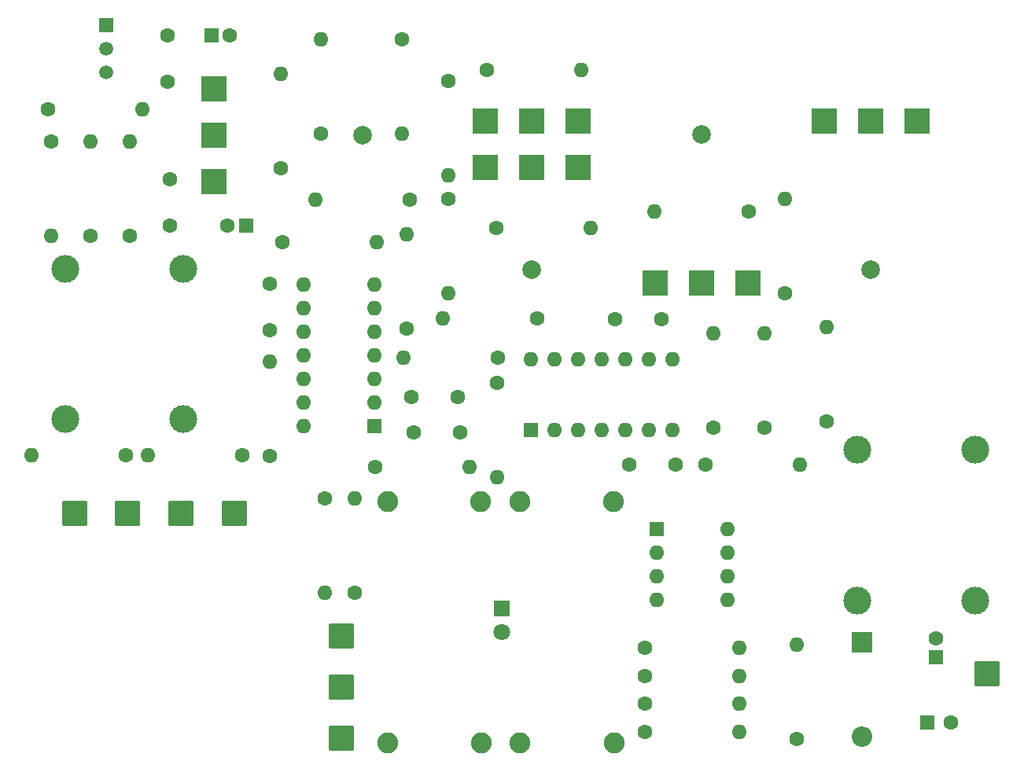
<source format=gbr>
%TF.GenerationSoftware,KiCad,Pcbnew,(6.0.5)*%
%TF.CreationDate,2022-05-28T17:09:23-07:00*%
%TF.ProjectId,HT_1590BB,48545f31-3539-4304-9242-2e6b69636164,rev?*%
%TF.SameCoordinates,Original*%
%TF.FileFunction,Soldermask,Bot*%
%TF.FilePolarity,Negative*%
%FSLAX46Y46*%
G04 Gerber Fmt 4.6, Leading zero omitted, Abs format (unit mm)*
G04 Created by KiCad (PCBNEW (6.0.5)) date 2022-05-28 17:09:23*
%MOMM*%
%LPD*%
G01*
G04 APERTURE LIST*
G04 Aperture macros list*
%AMRoundRect*
0 Rectangle with rounded corners*
0 $1 Rounding radius*
0 $2 $3 $4 $5 $6 $7 $8 $9 X,Y pos of 4 corners*
0 Add a 4 corners polygon primitive as box body*
4,1,4,$2,$3,$4,$5,$6,$7,$8,$9,$2,$3,0*
0 Add four circle primitives for the rounded corners*
1,1,$1+$1,$2,$3*
1,1,$1+$1,$4,$5*
1,1,$1+$1,$6,$7*
1,1,$1+$1,$8,$9*
0 Add four rect primitives between the rounded corners*
20,1,$1+$1,$2,$3,$4,$5,0*
20,1,$1+$1,$4,$5,$6,$7,0*
20,1,$1+$1,$6,$7,$8,$9,0*
20,1,$1+$1,$8,$9,$2,$3,0*%
G04 Aperture macros list end*
%ADD10R,2.750000X2.750000*%
%ADD11RoundRect,0.250000X-1.125000X-1.125000X1.125000X-1.125000X1.125000X1.125000X-1.125000X1.125000X0*%
%ADD12C,1.600000*%
%ADD13R,1.600000X1.600000*%
%ADD14O,1.600000X1.600000*%
%ADD15C,2.000000*%
%ADD16C,3.000000*%
%ADD17R,1.500000X1.500000*%
%ADD18C,1.500000*%
%ADD19C,2.250000*%
%ADD20R,2.200000X2.200000*%
%ADD21O,2.200000X2.200000*%
%ADD22R,1.800000X1.800000*%
%ADD23C,1.800000*%
G04 APERTURE END LIST*
D10*
%TO.C,RV1*%
X150250000Y-63782500D03*
X145250000Y-63782500D03*
X140250000Y-63782500D03*
X150250000Y-68782500D03*
X145250000Y-68782500D03*
X140250000Y-68782500D03*
%TD*%
%TO.C,RV3*%
X111032500Y-60250000D03*
X111032500Y-65250000D03*
X111032500Y-70250000D03*
%TD*%
%TO.C,Waveform1*%
X158500000Y-81217500D03*
X163500000Y-81217500D03*
X168500000Y-81217500D03*
%TD*%
%TO.C,Rate1*%
X186750000Y-63782500D03*
X181750000Y-63782500D03*
X176750000Y-63782500D03*
%TD*%
D11*
%TO.C,LED1*%
X124750000Y-124750000D03*
%TD*%
%TO.C,LED2*%
X124750000Y-119200000D03*
%TD*%
D12*
%TO.C,C9*%
X160750000Y-100750000D03*
X155750000Y-100750000D03*
%TD*%
D13*
%TO.C,U3*%
X158700000Y-107700000D03*
D14*
X158700000Y-110240000D03*
X158700000Y-112780000D03*
X158700000Y-115320000D03*
X166320000Y-115320000D03*
X166320000Y-112780000D03*
X166320000Y-110240000D03*
X166320000Y-107700000D03*
%TD*%
D13*
%TO.C,U1*%
X128300000Y-96625000D03*
D14*
X128300000Y-94085000D03*
X128300000Y-91545000D03*
X128300000Y-89005000D03*
X128300000Y-86465000D03*
X128300000Y-83925000D03*
X128300000Y-81385000D03*
X120680000Y-81385000D03*
X120680000Y-83925000D03*
X120680000Y-86465000D03*
X120680000Y-89005000D03*
X120680000Y-91545000D03*
X120680000Y-94085000D03*
X120680000Y-96625000D03*
%TD*%
D12*
%TO.C,R19*%
X141580000Y-89250000D03*
D14*
X131420000Y-89250000D03*
%TD*%
D12*
%TO.C,R12*%
X131750000Y-86080000D03*
D14*
X131750000Y-75920000D03*
%TD*%
D12*
%TO.C,C11*%
X132500000Y-97250000D03*
X137500000Y-97250000D03*
%TD*%
%TO.C,C10*%
X132250000Y-93500000D03*
X137250000Y-93500000D03*
%TD*%
D15*
%TO.C,DRL1*%
X145250000Y-79750000D03*
%TD*%
D12*
%TO.C,R34*%
X145830000Y-85000000D03*
D14*
X135670000Y-85000000D03*
%TD*%
D12*
%TO.C,R10*%
X93170000Y-62500000D03*
D14*
X103330000Y-62500000D03*
%TD*%
D11*
%TO.C,OUTPUT*%
X107500000Y-106000000D03*
%TD*%
D13*
%TO.C,C8*%
X188750000Y-121455113D03*
D12*
X188750000Y-119455113D03*
%TD*%
%TO.C,R2*%
X118420000Y-76750000D03*
D14*
X128580000Y-76750000D03*
%TD*%
D12*
%TO.C,R8*%
X123000000Y-104420000D03*
D14*
X123000000Y-114580000D03*
%TD*%
D13*
%TO.C,C1*%
X110750000Y-54500000D03*
D12*
X112750000Y-54500000D03*
%TD*%
D15*
%TO.C,DRL1*%
X163500000Y-65217500D03*
%TD*%
D12*
%TO.C,R21*%
X163920000Y-100750000D03*
D14*
X174080000Y-100750000D03*
%TD*%
D12*
%TO.C,C4*%
X117000000Y-86250000D03*
X117000000Y-81250000D03*
%TD*%
D16*
%TO.C,J8*%
X94985000Y-95865000D03*
X94985000Y-79635000D03*
X107685000Y-95865000D03*
X107685000Y-79635000D03*
%TD*%
D12*
%TO.C,R20*%
X141420000Y-75250000D03*
D14*
X151580000Y-75250000D03*
%TD*%
D17*
%TO.C,Q1*%
X99390000Y-53460000D03*
D18*
X99390000Y-56000000D03*
X99390000Y-58540000D03*
%TD*%
D19*
%TO.C,U4*%
X139750000Y-104750000D03*
X129750000Y-104750000D03*
X139830000Y-130750000D03*
X129750000Y-130750000D03*
%TD*%
D12*
%TO.C,R25*%
X164750000Y-96750000D03*
D14*
X164750000Y-86590000D03*
%TD*%
D12*
%TO.C,R29*%
X157420000Y-126500000D03*
D14*
X167580000Y-126500000D03*
%TD*%
D16*
%TO.C,J7*%
X193015000Y-99135000D03*
X193015000Y-115365000D03*
X180315000Y-99135000D03*
X180315000Y-115365000D03*
%TD*%
D14*
%TO.C,R14*%
X93500000Y-76080000D03*
D12*
X93500000Y-65920000D03*
%TD*%
D11*
%TO.C,FX_OUT*%
X113250000Y-106000000D03*
%TD*%
D13*
%TO.C,U2*%
X145125000Y-97050000D03*
D14*
X147665000Y-97050000D03*
X150205000Y-97050000D03*
X152745000Y-97050000D03*
X155285000Y-97050000D03*
X157825000Y-97050000D03*
X160365000Y-97050000D03*
X160365000Y-89430000D03*
X157825000Y-89430000D03*
X155285000Y-89430000D03*
X152745000Y-89430000D03*
X150205000Y-89430000D03*
X147665000Y-89430000D03*
X145125000Y-89430000D03*
%TD*%
D12*
%TO.C,R26*%
X170250000Y-96750000D03*
D14*
X170250000Y-86590000D03*
%TD*%
D12*
%TO.C,C3*%
X159200000Y-85100000D03*
X154200000Y-85100000D03*
%TD*%
%TO.C,R6*%
X132080000Y-72250000D03*
D14*
X121920000Y-72250000D03*
%TD*%
%TO.C,R23*%
X141500000Y-102080000D03*
D12*
X141500000Y-91920000D03*
%TD*%
%TO.C,R18*%
X101580000Y-99750000D03*
D14*
X91420000Y-99750000D03*
%TD*%
%TO.C,R27*%
X177000000Y-85920000D03*
D12*
X177000000Y-96080000D03*
%TD*%
%TO.C,R30*%
X126200000Y-114580000D03*
D14*
X126200000Y-104420000D03*
%TD*%
D12*
%TO.C,R1*%
X131250000Y-54920000D03*
D14*
X131250000Y-65080000D03*
%TD*%
D12*
%TO.C,R4*%
X128420000Y-101000000D03*
D14*
X138580000Y-101000000D03*
%TD*%
D12*
%TO.C,R13*%
X97750000Y-76080000D03*
D14*
X97750000Y-65920000D03*
%TD*%
D12*
%TO.C,R3*%
X102000000Y-76080000D03*
D14*
X102000000Y-65920000D03*
%TD*%
D12*
%TO.C,R31*%
X157420000Y-129500000D03*
D14*
X167580000Y-129500000D03*
%TD*%
D19*
%TO.C,U5*%
X154000000Y-104750000D03*
X144000000Y-104750000D03*
X154080000Y-130750000D03*
X144000000Y-130750000D03*
%TD*%
D12*
%TO.C,R33*%
X173750000Y-130330000D03*
D14*
X173750000Y-120170000D03*
%TD*%
D15*
%TO.C,DRL2*%
X181750000Y-79750000D03*
%TD*%
D12*
%TO.C,R5*%
X117000000Y-99830000D03*
D14*
X117000000Y-89670000D03*
%TD*%
D12*
%TO.C,R22*%
X168580000Y-73500000D03*
D14*
X158420000Y-73500000D03*
%TD*%
D11*
%TO.C,FX_IN*%
X96000000Y-106000000D03*
%TD*%
D12*
%TO.C,R9*%
X118250000Y-68830000D03*
D14*
X118250000Y-58670000D03*
%TD*%
D11*
%TO.C,INPUT*%
X194250000Y-123250000D03*
%TD*%
D15*
%TO.C,DRL3*%
X127000000Y-65250000D03*
%TD*%
D11*
%TO.C,9V1*%
X124750000Y-130250000D03*
%TD*%
D12*
%TO.C,R15*%
X140420000Y-58250000D03*
D14*
X150580000Y-58250000D03*
%TD*%
D12*
%TO.C,R7*%
X122500000Y-65080000D03*
D14*
X122500000Y-54920000D03*
%TD*%
D12*
%TO.C,R28*%
X157420000Y-123500000D03*
D14*
X167580000Y-123500000D03*
%TD*%
D12*
%TO.C,C5*%
X106250000Y-70000000D03*
X106250000Y-75000000D03*
%TD*%
%TO.C,C6*%
X106000000Y-54500000D03*
X106000000Y-59500000D03*
%TD*%
D14*
%TO.C,R17*%
X136250000Y-82330000D03*
D12*
X136250000Y-72170000D03*
%TD*%
%TO.C,R16*%
X136250000Y-59420000D03*
D14*
X136250000Y-69580000D03*
%TD*%
D20*
%TO.C,D1*%
X180750000Y-119920000D03*
D21*
X180750000Y-130080000D03*
%TD*%
D13*
%TO.C,C7*%
X187817621Y-128500000D03*
D12*
X190317621Y-128500000D03*
%TD*%
D13*
%TO.C,C2*%
X114500000Y-75000000D03*
D12*
X112500000Y-75000000D03*
%TD*%
D14*
%TO.C,R11*%
X103920000Y-99750000D03*
D12*
X114080000Y-99750000D03*
%TD*%
D22*
%TO.C,D2*%
X142000000Y-116225000D03*
D23*
X142000000Y-118765000D03*
%TD*%
D12*
%TO.C,R32*%
X157420000Y-120500000D03*
D14*
X167580000Y-120500000D03*
%TD*%
D11*
%TO.C,GND*%
X101750000Y-106000000D03*
%TD*%
D12*
%TO.C,R24*%
X172500000Y-82330000D03*
D14*
X172500000Y-72170000D03*
%TD*%
M02*

</source>
